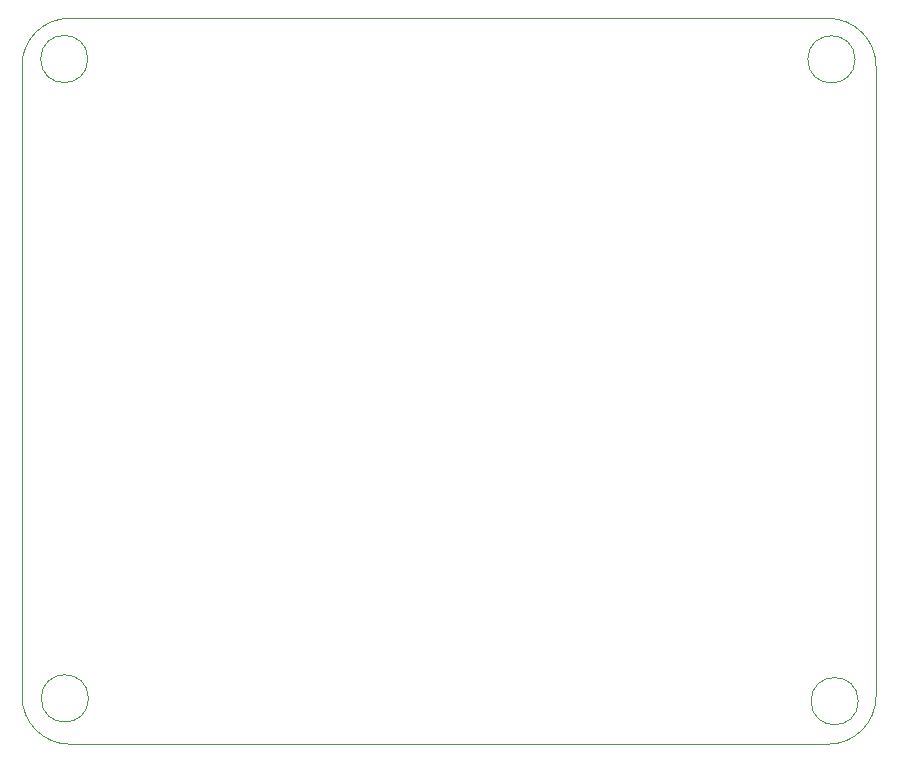
<source format=gbr>
%TF.GenerationSoftware,KiCad,Pcbnew,(6.0.2)*%
%TF.CreationDate,2022-09-17T14:06:51-08:00*%
%TF.ProjectId,HERTZ200,48455254-5a32-4303-902e-6b696361645f,VERSION 1*%
%TF.SameCoordinates,Original*%
%TF.FileFunction,Profile,NP*%
%FSLAX46Y46*%
G04 Gerber Fmt 4.6, Leading zero omitted, Abs format (unit mm)*
G04 Created by KiCad (PCBNEW (6.0.2)) date 2022-09-17 14:06:51*
%MOMM*%
%LPD*%
G01*
G04 APERTURE LIST*
%TA.AperFunction,Profile*%
%ADD10C,0.100000*%
%TD*%
G04 APERTURE END LIST*
D10*
X34623682Y-27257682D02*
G75*
G03*
X30610482Y-31140400I0J-4015392D01*
G01*
X30610482Y-31496000D02*
X30610482Y-31445200D01*
X98856800Y-88718718D02*
X34674482Y-88718718D01*
X98856800Y-88718718D02*
G75*
G03*
X102920800Y-84654718I0J4064000D01*
G01*
X102920800Y-84531200D02*
X102920800Y-84654718D01*
X34623682Y-27257682D02*
X98856800Y-27257682D01*
X102920800Y-31321682D02*
G75*
G03*
X98856800Y-27257682I-4064000J0D01*
G01*
X36188400Y-30703623D02*
G75*
G03*
X36188400Y-30703623I-2000000J0D01*
G01*
X102920800Y-31321682D02*
X102920800Y-84531200D01*
X30610482Y-84654718D02*
X30610482Y-31496000D01*
X30610482Y-84654718D02*
G75*
G03*
X34674482Y-88718718I4064000J0D01*
G01*
X101415600Y-85071200D02*
G75*
G03*
X101415600Y-85071200I-2000000J0D01*
G01*
X30610482Y-31321682D02*
X30610482Y-31140400D01*
X101142800Y-30734000D02*
G75*
G03*
X101142800Y-30734000I-2000000J0D01*
G01*
X30610482Y-31445200D02*
X30610482Y-31321682D01*
X36239200Y-84836000D02*
G75*
G03*
X36239200Y-84836000I-2000000J0D01*
G01*
M02*

</source>
